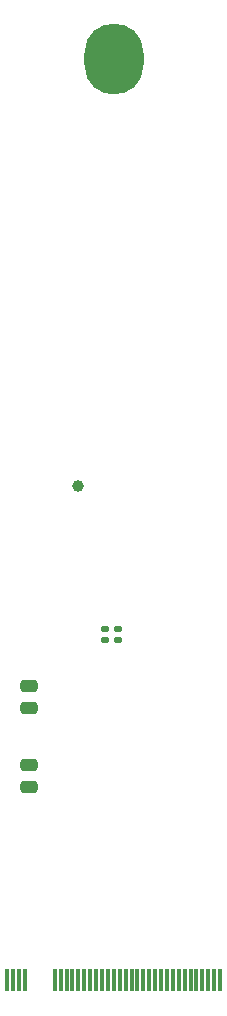
<source format=gbs>
%TF.GenerationSoftware,KiCad,Pcbnew,9.0.1*%
%TF.CreationDate,2025-04-25T13:26:35+02:00*%
%TF.ProjectId,m2-e-usdex,6d322d65-2d75-4736-9465-782e6b696361,rev?*%
%TF.SameCoordinates,Original*%
%TF.FileFunction,Soldermask,Bot*%
%TF.FilePolarity,Negative*%
%FSLAX46Y46*%
G04 Gerber Fmt 4.6, Leading zero omitted, Abs format (unit mm)*
G04 Created by KiCad (PCBNEW 9.0.1) date 2025-04-25 13:26:35*
%MOMM*%
%LPD*%
G01*
G04 APERTURE LIST*
G04 Aperture macros list*
%AMRoundRect*
0 Rectangle with rounded corners*
0 $1 Rounding radius*
0 $2 $3 $4 $5 $6 $7 $8 $9 X,Y pos of 4 corners*
0 Add a 4 corners polygon primitive as box body*
4,1,4,$2,$3,$4,$5,$6,$7,$8,$9,$2,$3,0*
0 Add four circle primitives for the rounded corners*
1,1,$1+$1,$2,$3*
1,1,$1+$1,$4,$5*
1,1,$1+$1,$6,$7*
1,1,$1+$1,$8,$9*
0 Add four rect primitives between the rounded corners*
20,1,$1+$1,$2,$3,$4,$5,0*
20,1,$1+$1,$4,$5,$6,$7,0*
20,1,$1+$1,$6,$7,$8,$9,0*
20,1,$1+$1,$8,$9,$2,$3,0*%
G04 Aperture macros list end*
%ADD10R,0.350000X1.950000*%
%ADD11O,5.000000X6.000000*%
%ADD12C,1.000000*%
%ADD13RoundRect,0.250000X-0.475000X0.250000X-0.475000X-0.250000X0.475000X-0.250000X0.475000X0.250000X0*%
%ADD14RoundRect,0.140000X0.170000X-0.140000X0.170000X0.140000X-0.170000X0.140000X-0.170000X-0.140000X0*%
%ADD15RoundRect,0.140000X-0.170000X0.140000X-0.170000X-0.140000X0.170000X-0.140000X0.170000X0.140000X0*%
%ADD16RoundRect,0.250000X0.475000X-0.250000X0.475000X0.250000X-0.475000X0.250000X-0.475000X-0.250000X0*%
G04 APERTURE END LIST*
D10*
%TO.C,J1*%
X278250000Y-135250000D03*
X277750000Y-135250000D03*
X277250000Y-135250000D03*
X276750000Y-135250000D03*
X276250000Y-135250000D03*
X275750000Y-135250000D03*
X275250000Y-135250000D03*
X274750000Y-135250000D03*
X274250000Y-135250000D03*
X273750000Y-135250000D03*
X273250000Y-135250000D03*
X272750000Y-135250000D03*
X272250000Y-135250000D03*
X271750000Y-135250000D03*
X271250000Y-135250000D03*
X270750000Y-135250000D03*
X270250000Y-135250000D03*
X269750000Y-135250000D03*
X269250000Y-135250000D03*
X268750000Y-135250000D03*
X268250000Y-135250000D03*
X267750000Y-135250000D03*
X267250000Y-135250000D03*
X266750000Y-135250000D03*
X266250000Y-135250000D03*
X265750000Y-135250000D03*
X265250000Y-135250000D03*
X264750000Y-135250000D03*
X264250000Y-135250000D03*
X261750000Y-135250000D03*
X261250000Y-135250000D03*
X260750000Y-135250000D03*
X260250000Y-135250000D03*
D11*
X269250000Y-57275000D03*
%TD*%
D12*
%TO.C,TP1*%
X266200000Y-93400000D03*
%TD*%
D13*
%TO.C,C6*%
X262100000Y-110300000D03*
X262100000Y-112200000D03*
%TD*%
D14*
%TO.C,C5*%
X269640000Y-106480000D03*
X269640000Y-105520000D03*
%TD*%
D15*
%TO.C,C4*%
X268530000Y-105520000D03*
X268530000Y-106480000D03*
%TD*%
D16*
%TO.C,C3*%
X262100000Y-118900000D03*
X262100000Y-117000000D03*
%TD*%
M02*

</source>
